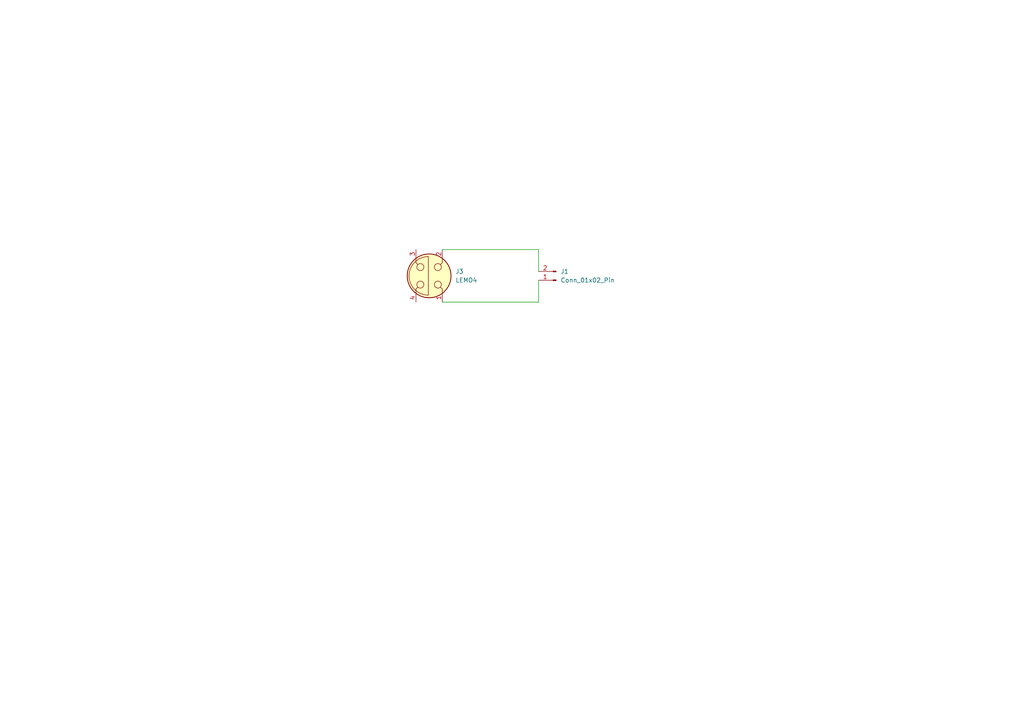
<source format=kicad_sch>
(kicad_sch (version 20230121) (generator eeschema)
  (paper "A4")
  (lib_symbols
    (symbol "Connector:Conn_01x02_Pin" (pin_names (offset 1.016) hide)
      (property "Reference" "J" (at 0 2.54 0))
      (property "Value" "Conn_01x02_Pin" (at 0 -5.08 0))
      (symbol "Conn_01x02_Pin_1_1"
        (polyline (pts (xy 1.27 -2.54) (xy 0.8636 -2.54)) (stroke (width 0.1524)))
        (polyline (pts (xy 1.27 0) (xy 0.8636 0)) (stroke (width 0.1524)))
        (rectangle (start 0.8636 -2.413) (end 0 -2.667) (stroke (width 0.1524)) (fill (type outline)))
        (rectangle (start 0.8636 0.127) (end 0 -0.127) (stroke (width 0.1524)) (fill (type outline)))
        (pin passive line (at 5.08 0 180) (length 3.81) (name "Pin_1") (number "1"))
        (pin passive line (at 5.08 -2.54 180) (length 3.81) (name "Pin_2") (number "2"))
      )
    )
    (symbol "Connector:LEMO4" (pin_names (offset 1.016) hide)
      (property "Reference" "J" (at 0 7.62 0))
      (property "Value" "LEMO4" (at 0 -7.62 0))
      (symbol "LEMO4_0_1"
        (arc (start -5.588 -0.2286) (mid -3.9513 -4.1799) (end 0 -5.8166))
        (circle (center -2.54 -2.54) (radius 1.016))
        (circle (center -2.54 2.54) (radius 1.016))
        (arc (start 0 -5.8166) (mid 3.9513 -4.1799) (end 5.588 -0.2286))
        (polyline (pts (xy -5.588 -0.2286) (xy 5.5626 -0.2286)))
        (polyline (pts (xy -5.08 -3.81) (xy -3.81 -3.81)))
        (polyline (pts (xy -3.81 -3.81) (xy -3.302 -3.302)))
        (polyline (pts (xy -3.81 3.81) (xy -5.08 3.81)))
        (polyline (pts (xy -3.81 3.81) (xy -3.302 3.302)))
        (polyline (pts (xy 3.81 -3.81) (xy 3.302 -3.302)))
        (polyline (pts (xy 3.81 3.81) (xy 3.302 3.302)))
        (polyline (pts (xy 5.08 -3.81) (xy 3.81 -3.81)))
        (polyline (pts (xy 5.08 3.81) (xy 3.81 3.81)))
        (circle (center 0 0) (radius 6.35) (stroke (width 0.254)) (fill (type background)))
        (circle (center 2.54 -2.54) (radius 1.016))
        (circle (center 2.54 2.54) (radius 1.016))
      )
      (symbol "LEMO4_1_1"
        (pin passive line (at 7.62 3.81 180) (length 2.54) (name "~") (number "1"))
        (pin passive line (at -7.62 3.81 0) (length 2.54) (name "~") (number "2"))
        (pin passive line (at -7.62 -3.81 0) (length 2.54) (name "~") (number "3"))
        (pin passive line (at 7.62 -3.81 180) (length 2.54) (name "~") (number "4"))
      )
    )
  )
  (wire (pts (xy 156.21 87.63) (xy 156.21 81.28)))
  (wire (pts (xy 128.27 87.63) (xy 156.21 87.63)))
  (wire (pts (xy 128.27 72.39) (xy 156.21 72.39)))
  (wire (pts (xy 156.21 72.39) (xy 156.21 78.74)))
  (symbol (lib_id "Connector:Conn_01x02_Pin") (at 161.29 81.28 180) (unit 1)
    (property "Reference" "J1" (at 162.56 78.74 0) (effects (justify right)))
    (property "Value" "Conn_01x02_Pin" (at 162.56 81.28 0) (effects (justify right)))
    (property "Footprint" "Library:con2_adaptador_banana" (effects hide))
  )
  (symbol (lib_id "Connector:LEMO4") (at 124.46 80.01 270) (unit 1)
    (property "Reference" "J3" (at 132.08 78.74 90) (effects (justify left)))
    (property "Value" "LEMO4" (at 132.08 81.28 90) (effects (justify left)))
    (property "Footprint" "Library:EPG.0B.302.HLN" (effects hide))
    (property "Datasheet" " ~" (effects hide))
  )
)
</source>
